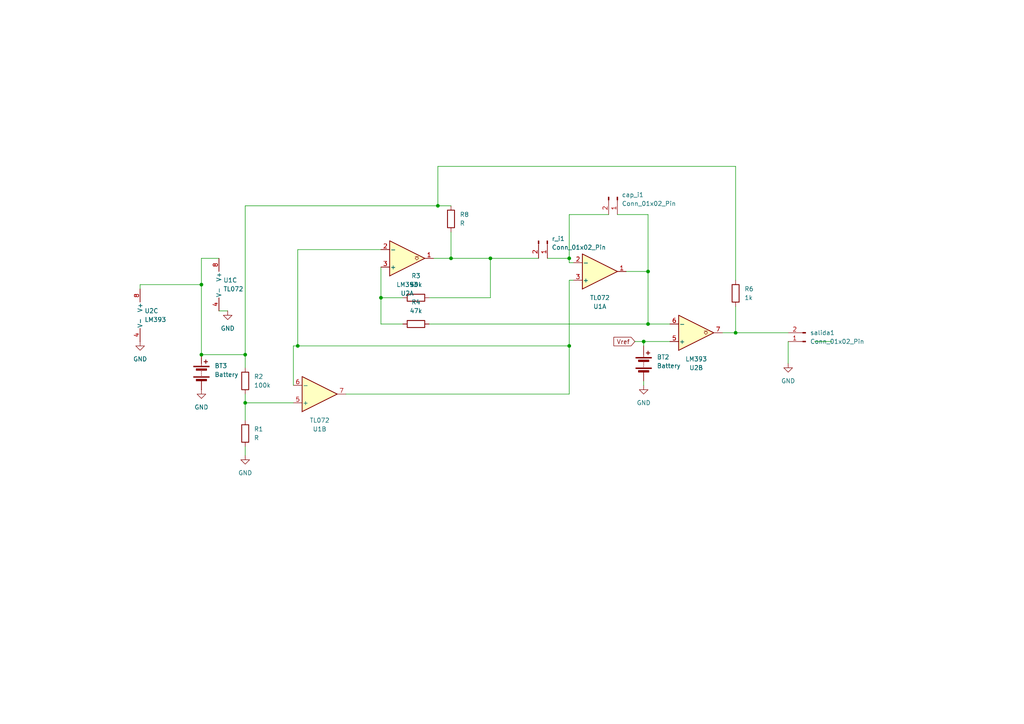
<source format=kicad_sch>
(kicad_sch
	(version 20250114)
	(generator "eeschema")
	(generator_version "9.0")
	(uuid "17eee627-bc3f-46bd-a929-8340eabad878")
	(paper "A4")
	(lib_symbols
		(symbol "Amplifier_Operational:TL072"
			(pin_names
				(offset 0.127)
			)
			(exclude_from_sim no)
			(in_bom yes)
			(on_board yes)
			(property "Reference" "U"
				(at 0 5.08 0)
				(effects
					(font
						(size 1.27 1.27)
					)
					(justify left)
				)
			)
			(property "Value" "TL072"
				(at 0 -5.08 0)
				(effects
					(font
						(size 1.27 1.27)
					)
					(justify left)
				)
			)
			(property "Footprint" ""
				(at 0 0 0)
				(effects
					(font
						(size 1.27 1.27)
					)
					(hide yes)
				)
			)
			(property "Datasheet" "http://www.ti.com/lit/ds/symlink/tl071.pdf"
				(at 0 0 0)
				(effects
					(font
						(size 1.27 1.27)
					)
					(hide yes)
				)
			)
			(property "Description" "Dual Low-Noise JFET-Input Operational Amplifiers, DIP-8/SOIC-8"
				(at 0 0 0)
				(effects
					(font
						(size 1.27 1.27)
					)
					(hide yes)
				)
			)
			(property "ki_locked" ""
				(at 0 0 0)
				(effects
					(font
						(size 1.27 1.27)
					)
				)
			)
			(property "ki_keywords" "dual opamp"
				(at 0 0 0)
				(effects
					(font
						(size 1.27 1.27)
					)
					(hide yes)
				)
			)
			(property "ki_fp_filters" "SOIC*3.9x4.9mm*P1.27mm* DIP*W7.62mm* TO*99* OnSemi*Micro8* TSSOP*3x3mm*P0.65mm* TSSOP*4.4x3mm*P0.65mm* MSOP*3x3mm*P0.65mm* SSOP*3.9x4.9mm*P0.635mm* LFCSP*2x2mm*P0.5mm* *SIP* SOIC*5.3x6.2mm*P1.27mm*"
				(at 0 0 0)
				(effects
					(font
						(size 1.27 1.27)
					)
					(hide yes)
				)
			)
			(symbol "TL072_1_1"
				(polyline
					(pts
						(xy -5.08 5.08) (xy 5.08 0) (xy -5.08 -5.08) (xy -5.08 5.08)
					)
					(stroke
						(width 0.254)
						(type default)
					)
					(fill
						(type background)
					)
				)
				(pin input line
					(at -7.62 2.54 0)
					(length 2.54)
					(name "+"
						(effects
							(font
								(size 1.27 1.27)
							)
						)
					)
					(number "3"
						(effects
							(font
								(size 1.27 1.27)
							)
						)
					)
				)
				(pin input line
					(at -7.62 -2.54 0)
					(length 2.54)
					(name "-"
						(effects
							(font
								(size 1.27 1.27)
							)
						)
					)
					(number "2"
						(effects
							(font
								(size 1.27 1.27)
							)
						)
					)
				)
				(pin output line
					(at 7.62 0 180)
					(length 2.54)
					(name "~"
						(effects
							(font
								(size 1.27 1.27)
							)
						)
					)
					(number "1"
						(effects
							(font
								(size 1.27 1.27)
							)
						)
					)
				)
			)
			(symbol "TL072_2_1"
				(polyline
					(pts
						(xy -5.08 5.08) (xy 5.08 0) (xy -5.08 -5.08) (xy -5.08 5.08)
					)
					(stroke
						(width 0.254)
						(type default)
					)
					(fill
						(type background)
					)
				)
				(pin input line
					(at -7.62 2.54 0)
					(length 2.54)
					(name "+"
						(effects
							(font
								(size 1.27 1.27)
							)
						)
					)
					(number "5"
						(effects
							(font
								(size 1.27 1.27)
							)
						)
					)
				)
				(pin input line
					(at -7.62 -2.54 0)
					(length 2.54)
					(name "-"
						(effects
							(font
								(size 1.27 1.27)
							)
						)
					)
					(number "6"
						(effects
							(font
								(size 1.27 1.27)
							)
						)
					)
				)
				(pin output line
					(at 7.62 0 180)
					(length 2.54)
					(name "~"
						(effects
							(font
								(size 1.27 1.27)
							)
						)
					)
					(number "7"
						(effects
							(font
								(size 1.27 1.27)
							)
						)
					)
				)
			)
			(symbol "TL072_3_1"
				(pin power_in line
					(at -2.54 7.62 270)
					(length 3.81)
					(name "V+"
						(effects
							(font
								(size 1.27 1.27)
							)
						)
					)
					(number "8"
						(effects
							(font
								(size 1.27 1.27)
							)
						)
					)
				)
				(pin power_in line
					(at -2.54 -7.62 90)
					(length 3.81)
					(name "V-"
						(effects
							(font
								(size 1.27 1.27)
							)
						)
					)
					(number "4"
						(effects
							(font
								(size 1.27 1.27)
							)
						)
					)
				)
			)
			(embedded_fonts no)
		)
		(symbol "Comparator:LM393"
			(pin_names
				(offset 0.127)
			)
			(exclude_from_sim no)
			(in_bom yes)
			(on_board yes)
			(property "Reference" "U"
				(at 3.81 3.81 0)
				(effects
					(font
						(size 1.27 1.27)
					)
				)
			)
			(property "Value" "LM393"
				(at 6.35 -3.81 0)
				(effects
					(font
						(size 1.27 1.27)
					)
				)
			)
			(property "Footprint" ""
				(at 0 0 0)
				(effects
					(font
						(size 1.27 1.27)
					)
					(hide yes)
				)
			)
			(property "Datasheet" "http://www.ti.com/lit/ds/symlink/lm393.pdf"
				(at 0 0 0)
				(effects
					(font
						(size 1.27 1.27)
					)
					(hide yes)
				)
			)
			(property "Description" "Low-Power, Low-Offset Voltage, Dual Comparators, DIP-8/SOIC-8/TO-99-8"
				(at 0 0 0)
				(effects
					(font
						(size 1.27 1.27)
					)
					(hide yes)
				)
			)
			(property "ki_locked" ""
				(at 0 0 0)
				(effects
					(font
						(size 1.27 1.27)
					)
				)
			)
			(property "ki_keywords" "cmp open collector"
				(at 0 0 0)
				(effects
					(font
						(size 1.27 1.27)
					)
					(hide yes)
				)
			)
			(property "ki_fp_filters" "SOIC*3.9x4.9mm*P1.27mm* DIP*W7.62mm* SOP*5.28x5.23mm*P1.27mm* VSSOP*3x3mm*P0.65mm* TSSOP*4.4x3mm*P0.65mm*"
				(at 0 0 0)
				(effects
					(font
						(size 1.27 1.27)
					)
					(hide yes)
				)
			)
			(symbol "LM393_1_1"
				(polyline
					(pts
						(xy -5.08 5.08) (xy 5.08 0) (xy -5.08 -5.08) (xy -5.08 5.08)
					)
					(stroke
						(width 0.254)
						(type default)
					)
					(fill
						(type background)
					)
				)
				(polyline
					(pts
						(xy 3.302 -0.508) (xy 2.794 -0.508) (xy 3.302 0) (xy 2.794 0.508) (xy 2.286 0) (xy 2.794 -0.508)
						(xy 2.286 -0.508)
					)
					(stroke
						(width 0.127)
						(type default)
					)
					(fill
						(type none)
					)
				)
				(pin input line
					(at -7.62 2.54 0)
					(length 2.54)
					(name "+"
						(effects
							(font
								(size 1.27 1.27)
							)
						)
					)
					(number "3"
						(effects
							(font
								(size 1.27 1.27)
							)
						)
					)
				)
				(pin input line
					(at -7.62 -2.54 0)
					(length 2.54)
					(name "-"
						(effects
							(font
								(size 1.27 1.27)
							)
						)
					)
					(number "2"
						(effects
							(font
								(size 1.27 1.27)
							)
						)
					)
				)
				(pin open_collector line
					(at 7.62 0 180)
					(length 2.54)
					(name "~"
						(effects
							(font
								(size 1.27 1.27)
							)
						)
					)
					(number "1"
						(effects
							(font
								(size 1.27 1.27)
							)
						)
					)
				)
			)
			(symbol "LM393_2_1"
				(polyline
					(pts
						(xy -5.08 5.08) (xy 5.08 0) (xy -5.08 -5.08) (xy -5.08 5.08)
					)
					(stroke
						(width 0.254)
						(type default)
					)
					(fill
						(type background)
					)
				)
				(polyline
					(pts
						(xy 3.302 -0.508) (xy 2.794 -0.508) (xy 3.302 0) (xy 2.794 0.508) (xy 2.286 0) (xy 2.794 -0.508)
						(xy 2.286 -0.508)
					)
					(stroke
						(width 0.127)
						(type default)
					)
					(fill
						(type none)
					)
				)
				(pin input line
					(at -7.62 2.54 0)
					(length 2.54)
					(name "+"
						(effects
							(font
								(size 1.27 1.27)
							)
						)
					)
					(number "5"
						(effects
							(font
								(size 1.27 1.27)
							)
						)
					)
				)
				(pin input line
					(at -7.62 -2.54 0)
					(length 2.54)
					(name "-"
						(effects
							(font
								(size 1.27 1.27)
							)
						)
					)
					(number "6"
						(effects
							(font
								(size 1.27 1.27)
							)
						)
					)
				)
				(pin open_collector line
					(at 7.62 0 180)
					(length 2.54)
					(name "~"
						(effects
							(font
								(size 1.27 1.27)
							)
						)
					)
					(number "7"
						(effects
							(font
								(size 1.27 1.27)
							)
						)
					)
				)
			)
			(symbol "LM393_3_1"
				(pin power_in line
					(at -2.54 7.62 270)
					(length 3.81)
					(name "V+"
						(effects
							(font
								(size 1.27 1.27)
							)
						)
					)
					(number "8"
						(effects
							(font
								(size 1.27 1.27)
							)
						)
					)
				)
				(pin power_in line
					(at -2.54 -7.62 90)
					(length 3.81)
					(name "V-"
						(effects
							(font
								(size 1.27 1.27)
							)
						)
					)
					(number "4"
						(effects
							(font
								(size 1.27 1.27)
							)
						)
					)
				)
			)
			(embedded_fonts no)
		)
		(symbol "Connector:Conn_01x02_Pin"
			(pin_names
				(offset 1.016)
				(hide yes)
			)
			(exclude_from_sim no)
			(in_bom yes)
			(on_board yes)
			(property "Reference" "J"
				(at 0 2.54 0)
				(effects
					(font
						(size 1.27 1.27)
					)
				)
			)
			(property "Value" "Conn_01x02_Pin"
				(at 0 -5.08 0)
				(effects
					(font
						(size 1.27 1.27)
					)
				)
			)
			(property "Footprint" ""
				(at 0 0 0)
				(effects
					(font
						(size 1.27 1.27)
					)
					(hide yes)
				)
			)
			(property "Datasheet" "~"
				(at 0 0 0)
				(effects
					(font
						(size 1.27 1.27)
					)
					(hide yes)
				)
			)
			(property "Description" "Generic connector, single row, 01x02, script generated"
				(at 0 0 0)
				(effects
					(font
						(size 1.27 1.27)
					)
					(hide yes)
				)
			)
			(property "ki_locked" ""
				(at 0 0 0)
				(effects
					(font
						(size 1.27 1.27)
					)
				)
			)
			(property "ki_keywords" "connector"
				(at 0 0 0)
				(effects
					(font
						(size 1.27 1.27)
					)
					(hide yes)
				)
			)
			(property "ki_fp_filters" "Connector*:*_1x??_*"
				(at 0 0 0)
				(effects
					(font
						(size 1.27 1.27)
					)
					(hide yes)
				)
			)
			(symbol "Conn_01x02_Pin_1_1"
				(rectangle
					(start 0.8636 0.127)
					(end 0 -0.127)
					(stroke
						(width 0.1524)
						(type default)
					)
					(fill
						(type outline)
					)
				)
				(rectangle
					(start 0.8636 -2.413)
					(end 0 -2.667)
					(stroke
						(width 0.1524)
						(type default)
					)
					(fill
						(type outline)
					)
				)
				(polyline
					(pts
						(xy 1.27 0) (xy 0.8636 0)
					)
					(stroke
						(width 0.1524)
						(type default)
					)
					(fill
						(type none)
					)
				)
				(polyline
					(pts
						(xy 1.27 -2.54) (xy 0.8636 -2.54)
					)
					(stroke
						(width 0.1524)
						(type default)
					)
					(fill
						(type none)
					)
				)
				(pin passive line
					(at 5.08 0 180)
					(length 3.81)
					(name "Pin_1"
						(effects
							(font
								(size 1.27 1.27)
							)
						)
					)
					(number "1"
						(effects
							(font
								(size 1.27 1.27)
							)
						)
					)
				)
				(pin passive line
					(at 5.08 -2.54 180)
					(length 3.81)
					(name "Pin_2"
						(effects
							(font
								(size 1.27 1.27)
							)
						)
					)
					(number "2"
						(effects
							(font
								(size 1.27 1.27)
							)
						)
					)
				)
			)
			(embedded_fonts no)
		)
		(symbol "Device:Battery"
			(pin_numbers
				(hide yes)
			)
			(pin_names
				(offset 0)
				(hide yes)
			)
			(exclude_from_sim no)
			(in_bom yes)
			(on_board yes)
			(property "Reference" "BT"
				(at 2.54 2.54 0)
				(effects
					(font
						(size 1.27 1.27)
					)
					(justify left)
				)
			)
			(property "Value" "Battery"
				(at 2.54 0 0)
				(effects
					(font
						(size 1.27 1.27)
					)
					(justify left)
				)
			)
			(property "Footprint" ""
				(at 0 1.524 90)
				(effects
					(font
						(size 1.27 1.27)
					)
					(hide yes)
				)
			)
			(property "Datasheet" "~"
				(at 0 1.524 90)
				(effects
					(font
						(size 1.27 1.27)
					)
					(hide yes)
				)
			)
			(property "Description" "Multiple-cell battery"
				(at 0 0 0)
				(effects
					(font
						(size 1.27 1.27)
					)
					(hide yes)
				)
			)
			(property "ki_keywords" "batt voltage-source cell"
				(at 0 0 0)
				(effects
					(font
						(size 1.27 1.27)
					)
					(hide yes)
				)
			)
			(symbol "Battery_0_1"
				(rectangle
					(start -2.286 1.778)
					(end 2.286 1.524)
					(stroke
						(width 0)
						(type default)
					)
					(fill
						(type outline)
					)
				)
				(rectangle
					(start -2.286 -1.27)
					(end 2.286 -1.524)
					(stroke
						(width 0)
						(type default)
					)
					(fill
						(type outline)
					)
				)
				(rectangle
					(start -1.524 1.016)
					(end 1.524 0.508)
					(stroke
						(width 0)
						(type default)
					)
					(fill
						(type outline)
					)
				)
				(rectangle
					(start -1.524 -2.032)
					(end 1.524 -2.54)
					(stroke
						(width 0)
						(type default)
					)
					(fill
						(type outline)
					)
				)
				(polyline
					(pts
						(xy 0 1.778) (xy 0 2.54)
					)
					(stroke
						(width 0)
						(type default)
					)
					(fill
						(type none)
					)
				)
				(polyline
					(pts
						(xy 0 0) (xy 0 0.254)
					)
					(stroke
						(width 0)
						(type default)
					)
					(fill
						(type none)
					)
				)
				(polyline
					(pts
						(xy 0 -0.508) (xy 0 -0.254)
					)
					(stroke
						(width 0)
						(type default)
					)
					(fill
						(type none)
					)
				)
				(polyline
					(pts
						(xy 0 -1.016) (xy 0 -0.762)
					)
					(stroke
						(width 0)
						(type default)
					)
					(fill
						(type none)
					)
				)
				(polyline
					(pts
						(xy 0.762 3.048) (xy 1.778 3.048)
					)
					(stroke
						(width 0.254)
						(type default)
					)
					(fill
						(type none)
					)
				)
				(polyline
					(pts
						(xy 1.27 3.556) (xy 1.27 2.54)
					)
					(stroke
						(width 0.254)
						(type default)
					)
					(fill
						(type none)
					)
				)
			)
			(symbol "Battery_1_1"
				(pin passive line
					(at 0 5.08 270)
					(length 2.54)
					(name "+"
						(effects
							(font
								(size 1.27 1.27)
							)
						)
					)
					(number "1"
						(effects
							(font
								(size 1.27 1.27)
							)
						)
					)
				)
				(pin passive line
					(at 0 -5.08 90)
					(length 2.54)
					(name "-"
						(effects
							(font
								(size 1.27 1.27)
							)
						)
					)
					(number "2"
						(effects
							(font
								(size 1.27 1.27)
							)
						)
					)
				)
			)
			(embedded_fonts no)
		)
		(symbol "Device:R"
			(pin_numbers
				(hide yes)
			)
			(pin_names
				(offset 0)
			)
			(exclude_from_sim no)
			(in_bom yes)
			(on_board yes)
			(property "Reference" "R"
				(at 2.032 0 90)
				(effects
					(font
						(size 1.27 1.27)
					)
				)
			)
			(property "Value" "R"
				(at 0 0 90)
				(effects
					(font
						(size 1.27 1.27)
					)
				)
			)
			(property "Footprint" ""
				(at -1.778 0 90)
				(effects
					(font
						(size 1.27 1.27)
					)
					(hide yes)
				)
			)
			(property "Datasheet" "~"
				(at 0 0 0)
				(effects
					(font
						(size 1.27 1.27)
					)
					(hide yes)
				)
			)
			(property "Description" "Resistor"
				(at 0 0 0)
				(effects
					(font
						(size 1.27 1.27)
					)
					(hide yes)
				)
			)
			(property "ki_keywords" "R res resistor"
				(at 0 0 0)
				(effects
					(font
						(size 1.27 1.27)
					)
					(hide yes)
				)
			)
			(property "ki_fp_filters" "R_*"
				(at 0 0 0)
				(effects
					(font
						(size 1.27 1.27)
					)
					(hide yes)
				)
			)
			(symbol "R_0_1"
				(rectangle
					(start -1.016 -2.54)
					(end 1.016 2.54)
					(stroke
						(width 0.254)
						(type default)
					)
					(fill
						(type none)
					)
				)
			)
			(symbol "R_1_1"
				(pin passive line
					(at 0 3.81 270)
					(length 1.27)
					(name "~"
						(effects
							(font
								(size 1.27 1.27)
							)
						)
					)
					(number "1"
						(effects
							(font
								(size 1.27 1.27)
							)
						)
					)
				)
				(pin passive line
					(at 0 -3.81 90)
					(length 1.27)
					(name "~"
						(effects
							(font
								(size 1.27 1.27)
							)
						)
					)
					(number "2"
						(effects
							(font
								(size 1.27 1.27)
							)
						)
					)
				)
			)
			(embedded_fonts no)
		)
		(symbol "power:GND"
			(power)
			(pin_numbers
				(hide yes)
			)
			(pin_names
				(offset 0)
				(hide yes)
			)
			(exclude_from_sim no)
			(in_bom yes)
			(on_board yes)
			(property "Reference" "#PWR"
				(at 0 -6.35 0)
				(effects
					(font
						(size 1.27 1.27)
					)
					(hide yes)
				)
			)
			(property "Value" "GND"
				(at 0 -3.81 0)
				(effects
					(font
						(size 1.27 1.27)
					)
				)
			)
			(property "Footprint" ""
				(at 0 0 0)
				(effects
					(font
						(size 1.27 1.27)
					)
					(hide yes)
				)
			)
			(property "Datasheet" ""
				(at 0 0 0)
				(effects
					(font
						(size 1.27 1.27)
					)
					(hide yes)
				)
			)
			(property "Description" "Power symbol creates a global label with name \"GND\" , ground"
				(at 0 0 0)
				(effects
					(font
						(size 1.27 1.27)
					)
					(hide yes)
				)
			)
			(property "ki_keywords" "global power"
				(at 0 0 0)
				(effects
					(font
						(size 1.27 1.27)
					)
					(hide yes)
				)
			)
			(symbol "GND_0_1"
				(polyline
					(pts
						(xy 0 0) (xy 0 -1.27) (xy 1.27 -1.27) (xy 0 -2.54) (xy -1.27 -1.27) (xy 0 -1.27)
					)
					(stroke
						(width 0)
						(type default)
					)
					(fill
						(type none)
					)
				)
			)
			(symbol "GND_1_1"
				(pin power_in line
					(at 0 0 270)
					(length 0)
					(name "~"
						(effects
							(font
								(size 1.27 1.27)
							)
						)
					)
					(number "1"
						(effects
							(font
								(size 1.27 1.27)
							)
						)
					)
				)
			)
			(embedded_fonts no)
		)
	)
	(junction
		(at 186.69 99.06)
		(diameter 0)
		(color 0 0 0 0)
		(uuid "1f849616-a5b7-402d-90bf-3e3e27b40008")
	)
	(junction
		(at 110.49 86.36)
		(diameter 0)
		(color 0 0 0 0)
		(uuid "231d5919-d8b3-443b-a5f7-76f1899d3b9f")
	)
	(junction
		(at 86.36 100.33)
		(diameter 0)
		(color 0 0 0 0)
		(uuid "27a980d3-f2aa-4896-92a1-562708249a68")
	)
	(junction
		(at 130.81 74.93)
		(diameter 0)
		(color 0 0 0 0)
		(uuid "2bce827f-6057-4d1a-a021-fb42f5d9b44d")
	)
	(junction
		(at 58.42 82.55)
		(diameter 0)
		(color 0 0 0 0)
		(uuid "33d65ac8-d78b-43bb-8bf9-eda4a0d2d533")
	)
	(junction
		(at 165.1 74.93)
		(diameter 0)
		(color 0 0 0 0)
		(uuid "3b4f80cc-b4fd-4e96-ade0-4a217b23c7d5")
	)
	(junction
		(at 58.42 102.87)
		(diameter 0)
		(color 0 0 0 0)
		(uuid "432f8922-8733-4a52-8986-19ca9b51d881")
	)
	(junction
		(at 187.96 93.98)
		(diameter 0)
		(color 0 0 0 0)
		(uuid "62c311b6-29e9-4f82-bcbd-423b818743ea")
	)
	(junction
		(at 127 59.69)
		(diameter 0)
		(color 0 0 0 0)
		(uuid "6b8b06e2-9d45-499e-9bc0-2ff0539aaf74")
	)
	(junction
		(at 187.96 78.74)
		(diameter 0)
		(color 0 0 0 0)
		(uuid "84c10aa2-6e07-49e3-97e9-9d09db9f706a")
	)
	(junction
		(at 165.1 100.33)
		(diameter 0)
		(color 0 0 0 0)
		(uuid "af19137a-e014-43d0-a0af-51a75aa18089")
	)
	(junction
		(at 71.12 102.87)
		(diameter 0)
		(color 0 0 0 0)
		(uuid "bae1835b-f27f-4555-9f23-21294c60de66")
	)
	(junction
		(at 213.36 96.52)
		(diameter 0)
		(color 0 0 0 0)
		(uuid "cc41e59d-1e8b-4024-8913-4c7de67a9273")
	)
	(junction
		(at 71.12 116.84)
		(diameter 0)
		(color 0 0 0 0)
		(uuid "dc503e1e-bfec-4dc7-ab8a-cb355db00a13")
	)
	(junction
		(at 142.24 74.93)
		(diameter 0)
		(color 0 0 0 0)
		(uuid "e5f14dd5-df28-433b-9f4f-86ca4d9daae1")
	)
	(wire
		(pts
			(xy 71.12 59.69) (xy 127 59.69)
		)
		(stroke
			(width 0)
			(type default)
		)
		(uuid "00cb0fe0-e035-4e59-9d78-44b6c0bff9d7")
	)
	(wire
		(pts
			(xy 58.42 102.87) (xy 58.42 82.55)
		)
		(stroke
			(width 0)
			(type default)
		)
		(uuid "029a9c53-87b6-480e-9fe3-47190eef0895")
	)
	(wire
		(pts
			(xy 186.69 99.06) (xy 194.31 99.06)
		)
		(stroke
			(width 0)
			(type default)
		)
		(uuid "050103ec-ee0e-4d8a-9470-37d862685644")
	)
	(wire
		(pts
			(xy 142.24 74.93) (xy 156.21 74.93)
		)
		(stroke
			(width 0)
			(type default)
		)
		(uuid "0c95ced1-11f8-4362-be8c-0d0c66afa723")
	)
	(wire
		(pts
			(xy 124.46 93.98) (xy 187.96 93.98)
		)
		(stroke
			(width 0)
			(type default)
		)
		(uuid "12fd6866-8479-477d-b286-52e485c2270d")
	)
	(wire
		(pts
			(xy 165.1 76.2) (xy 165.1 74.93)
		)
		(stroke
			(width 0)
			(type default)
		)
		(uuid "15651c12-25aa-4b26-a7d5-5f8d108c81cb")
	)
	(wire
		(pts
			(xy 71.12 102.87) (xy 71.12 106.68)
		)
		(stroke
			(width 0)
			(type default)
		)
		(uuid "27ae9229-2678-4eff-a10b-df003a08b83a")
	)
	(wire
		(pts
			(xy 142.24 86.36) (xy 142.24 74.93)
		)
		(stroke
			(width 0)
			(type default)
		)
		(uuid "2a7df99d-3713-4415-876c-9a5775570597")
	)
	(wire
		(pts
			(xy 86.36 72.39) (xy 110.49 72.39)
		)
		(stroke
			(width 0)
			(type default)
		)
		(uuid "2db29c0c-c76f-47f5-a73e-81bfae242f9f")
	)
	(wire
		(pts
			(xy 165.1 81.28) (xy 165.1 100.33)
		)
		(stroke
			(width 0)
			(type default)
		)
		(uuid "475a4ea7-71e8-4a2a-8c8c-f7acd9d570b4")
	)
	(wire
		(pts
			(xy 110.49 86.36) (xy 116.84 86.36)
		)
		(stroke
			(width 0)
			(type default)
		)
		(uuid "48195463-2c4a-422c-b42d-786267b3d5f8")
	)
	(wire
		(pts
			(xy 40.64 82.55) (xy 40.64 83.82)
		)
		(stroke
			(width 0)
			(type default)
		)
		(uuid "4ed70184-b347-47b8-9b10-155a50be3ddd")
	)
	(wire
		(pts
			(xy 125.73 74.93) (xy 130.81 74.93)
		)
		(stroke
			(width 0)
			(type default)
		)
		(uuid "51b8db8c-10c1-4a86-a2a5-31954eddc89b")
	)
	(wire
		(pts
			(xy 127 59.69) (xy 127 48.26)
		)
		(stroke
			(width 0)
			(type default)
		)
		(uuid "54d0cc3b-d84b-46e6-88e4-10d4084c40cf")
	)
	(wire
		(pts
			(xy 209.55 96.52) (xy 213.36 96.52)
		)
		(stroke
			(width 0)
			(type default)
		)
		(uuid "559de702-a01a-4e7d-ae0f-93f07ac3e23b")
	)
	(wire
		(pts
			(xy 158.75 74.93) (xy 165.1 74.93)
		)
		(stroke
			(width 0)
			(type default)
		)
		(uuid "567fbd52-932d-4c85-970b-877b9d5bcb80")
	)
	(wire
		(pts
			(xy 58.42 82.55) (xy 40.64 82.55)
		)
		(stroke
			(width 0)
			(type default)
		)
		(uuid "57582421-1e26-4df8-a585-b2c2300074fe")
	)
	(wire
		(pts
			(xy 58.42 74.93) (xy 63.5 74.93)
		)
		(stroke
			(width 0)
			(type default)
		)
		(uuid "5aec6ae3-f806-4b9f-aa01-17081e5b8239")
	)
	(wire
		(pts
			(xy 184.15 99.06) (xy 186.69 99.06)
		)
		(stroke
			(width 0)
			(type default)
		)
		(uuid "5ce9f6cc-44a0-467f-a74a-faf6bba49195")
	)
	(wire
		(pts
			(xy 110.49 77.47) (xy 110.49 86.36)
		)
		(stroke
			(width 0)
			(type default)
		)
		(uuid "5fd16b4b-eab7-49ef-82fb-c9030c311d3c")
	)
	(wire
		(pts
			(xy 58.42 102.87) (xy 71.12 102.87)
		)
		(stroke
			(width 0)
			(type default)
		)
		(uuid "64ad14bd-b05d-4813-a445-2d7fec0783ef")
	)
	(wire
		(pts
			(xy 85.09 111.76) (xy 85.09 100.33)
		)
		(stroke
			(width 0)
			(type default)
		)
		(uuid "650c6a5a-96c5-4a64-964c-6daaeee01975")
	)
	(wire
		(pts
			(xy 127 48.26) (xy 213.36 48.26)
		)
		(stroke
			(width 0)
			(type default)
		)
		(uuid "79342fe3-32a4-443c-b907-94b60cfb9382")
	)
	(wire
		(pts
			(xy 236.22 99.06) (xy 241.3 99.06)
		)
		(stroke
			(width 0)
			(type default)
		)
		(uuid "85e311d2-1ddb-440c-97e3-e2d2ab90724c")
	)
	(wire
		(pts
			(xy 71.12 129.54) (xy 71.12 132.08)
		)
		(stroke
			(width 0)
			(type default)
		)
		(uuid "8fb66898-2f68-45ea-a94c-c46a562e59e1")
	)
	(wire
		(pts
			(xy 181.61 78.74) (xy 187.96 78.74)
		)
		(stroke
			(width 0)
			(type default)
		)
		(uuid "90fbf3de-eada-4559-bb24-b65c22c1a421")
	)
	(wire
		(pts
			(xy 63.5 90.17) (xy 66.04 90.17)
		)
		(stroke
			(width 0)
			(type default)
		)
		(uuid "92d7b312-4aea-44a8-aeca-d54672981418")
	)
	(wire
		(pts
			(xy 213.36 96.52) (xy 228.6 96.52)
		)
		(stroke
			(width 0)
			(type default)
		)
		(uuid "9344a09e-505b-455f-ab76-71d6848b7ed9")
	)
	(wire
		(pts
			(xy 165.1 62.23) (xy 176.53 62.23)
		)
		(stroke
			(width 0)
			(type default)
		)
		(uuid "94c39354-79c0-4967-bf88-19809e684ded")
	)
	(wire
		(pts
			(xy 186.69 110.49) (xy 186.69 111.76)
		)
		(stroke
			(width 0)
			(type default)
		)
		(uuid "9a985b63-147f-40de-b8d1-939e3654f1d2")
	)
	(wire
		(pts
			(xy 228.6 99.06) (xy 228.6 105.41)
		)
		(stroke
			(width 0)
			(type default)
		)
		(uuid "9cb1c54c-ab5a-41ce-b13e-9b19bbc08955")
	)
	(wire
		(pts
			(xy 165.1 81.28) (xy 166.37 81.28)
		)
		(stroke
			(width 0)
			(type default)
		)
		(uuid "a10e334a-0c70-412a-b0d1-1e2ace790ba4")
	)
	(wire
		(pts
			(xy 110.49 86.36) (xy 110.49 93.98)
		)
		(stroke
			(width 0)
			(type default)
		)
		(uuid "b31a93c6-4bed-4fa1-a52e-c21a711c8b07")
	)
	(wire
		(pts
			(xy 71.12 116.84) (xy 85.09 116.84)
		)
		(stroke
			(width 0)
			(type default)
		)
		(uuid "bb6a48a1-2fd2-4175-ad17-ae70886e6782")
	)
	(wire
		(pts
			(xy 187.96 62.23) (xy 187.96 78.74)
		)
		(stroke
			(width 0)
			(type default)
		)
		(uuid "bd9a1cdf-1643-429a-bd23-5d36768ef0ea")
	)
	(wire
		(pts
			(xy 130.81 67.31) (xy 130.81 74.93)
		)
		(stroke
			(width 0)
			(type default)
		)
		(uuid "bf83021d-6bc8-4e2e-ab03-1f316016fc03")
	)
	(wire
		(pts
			(xy 165.1 76.2) (xy 166.37 76.2)
		)
		(stroke
			(width 0)
			(type default)
		)
		(uuid "c2fefbb1-8adf-44ea-a418-0eeee729499c")
	)
	(wire
		(pts
			(xy 71.12 102.87) (xy 71.12 59.69)
		)
		(stroke
			(width 0)
			(type default)
		)
		(uuid "c6cf5dea-bee4-4ca7-9980-9c71ef817a00")
	)
	(wire
		(pts
			(xy 86.36 100.33) (xy 86.36 72.39)
		)
		(stroke
			(width 0)
			(type default)
		)
		(uuid "c921a741-a6e8-46c0-b736-24bcb6161475")
	)
	(wire
		(pts
			(xy 100.33 114.3) (xy 165.1 114.3)
		)
		(stroke
			(width 0)
			(type default)
		)
		(uuid "c9379c07-d041-4fab-89de-dc9aa74a08fc")
	)
	(wire
		(pts
			(xy 110.49 93.98) (xy 116.84 93.98)
		)
		(stroke
			(width 0)
			(type default)
		)
		(uuid "c99485d9-306e-4fad-9559-5b9036606c5f")
	)
	(wire
		(pts
			(xy 179.07 62.23) (xy 187.96 62.23)
		)
		(stroke
			(width 0)
			(type default)
		)
		(uuid "ca30186a-6827-4446-ac36-6f1f2005b175")
	)
	(wire
		(pts
			(xy 165.1 100.33) (xy 165.1 114.3)
		)
		(stroke
			(width 0)
			(type default)
		)
		(uuid "ccbba4e3-18dd-4cfe-b4a5-b2e708916a28")
	)
	(wire
		(pts
			(xy 71.12 116.84) (xy 71.12 121.92)
		)
		(stroke
			(width 0)
			(type default)
		)
		(uuid "ce12f8b0-7c02-4a94-bae7-f8fdd1148c1d")
	)
	(wire
		(pts
			(xy 187.96 78.74) (xy 187.96 93.98)
		)
		(stroke
			(width 0)
			(type default)
		)
		(uuid "cfa5ea25-fb0f-4083-8c4a-f388eec349ad")
	)
	(wire
		(pts
			(xy 130.81 74.93) (xy 142.24 74.93)
		)
		(stroke
			(width 0)
			(type default)
		)
		(uuid "d60105d6-bf03-4ed9-9403-21d27b8ce0ab")
	)
	(wire
		(pts
			(xy 71.12 114.3) (xy 71.12 116.84)
		)
		(stroke
			(width 0)
			(type default)
		)
		(uuid "d893d9ee-d7ac-4cfc-9b68-2aa28b1ac7ff")
	)
	(wire
		(pts
			(xy 213.36 88.9) (xy 213.36 96.52)
		)
		(stroke
			(width 0)
			(type default)
		)
		(uuid "d8d8a92c-36ea-4b39-9b10-26b84b154c4f")
	)
	(wire
		(pts
			(xy 213.36 48.26) (xy 213.36 81.28)
		)
		(stroke
			(width 0)
			(type default)
		)
		(uuid "e479daac-bc24-46d9-837e-e033b5b0a212")
	)
	(wire
		(pts
			(xy 58.42 82.55) (xy 58.42 74.93)
		)
		(stroke
			(width 0)
			(type default)
		)
		(uuid "ede98640-117b-4e20-9047-c1752c7aed50")
	)
	(wire
		(pts
			(xy 124.46 86.36) (xy 142.24 86.36)
		)
		(stroke
			(width 0)
			(type default)
		)
		(uuid "efb710e2-6ada-4cbe-a734-95f997d90e22")
	)
	(wire
		(pts
			(xy 85.09 100.33) (xy 86.36 100.33)
		)
		(stroke
			(width 0)
			(type default)
		)
		(uuid "f0cc1548-da41-4def-8f6c-2f7708963eb5")
	)
	(wire
		(pts
			(xy 186.69 99.06) (xy 186.69 100.33)
		)
		(stroke
			(width 0)
			(type default)
		)
		(uuid "f3244e25-c4e7-4877-a19f-5498a5880278")
	)
	(wire
		(pts
			(xy 187.96 93.98) (xy 194.31 93.98)
		)
		(stroke
			(width 0)
			(type default)
		)
		(uuid "f6f0c7f5-79ac-43d2-b0f9-ca47e21f8c25")
	)
	(wire
		(pts
			(xy 86.36 100.33) (xy 165.1 100.33)
		)
		(stroke
			(width 0)
			(type default)
		)
		(uuid "fa7a61e1-1c5e-4fb9-aaac-289d367b2f9f")
	)
	(wire
		(pts
			(xy 127 59.69) (xy 130.81 59.69)
		)
		(stroke
			(width 0)
			(type default)
		)
		(uuid "ff2dc5f1-e0b3-42e5-94ca-6a3458ee41a4")
	)
	(wire
		(pts
			(xy 165.1 74.93) (xy 165.1 62.23)
		)
		(stroke
			(width 0)
			(type default)
		)
		(uuid "ff9c73c1-4a3c-465e-a057-4885f7d04b96")
	)
	(global_label "Vref"
		(shape input)
		(at 184.15 99.06 180)
		(fields_autoplaced yes)
		(effects
			(font
				(size 1.27 1.27)
			)
			(justify right)
		)
		(uuid "86f90454-cd3a-4d4e-a0de-f118651c7d57")
		(property "Intersheetrefs" "${INTERSHEET_REFS}"
			(at 177.4757 99.06 0)
			(effects
				(font
					(size 1.27 1.27)
				)
				(justify right)
				(hide yes)
			)
		)
	)
	(symbol
		(lib_id "Device:R")
		(at 213.36 85.09 180)
		(unit 1)
		(exclude_from_sim no)
		(in_bom yes)
		(on_board yes)
		(dnp no)
		(fields_autoplaced yes)
		(uuid "0b3ed18d-4305-4429-964a-1fd727171064")
		(property "Reference" "R6"
			(at 215.9 83.8199 0)
			(effects
				(font
					(size 1.27 1.27)
				)
				(justify right)
			)
		)
		(property "Value" "1k"
			(at 215.9 86.3599 0)
			(effects
				(font
					(size 1.27 1.27)
				)
				(justify right)
			)
		)
		(property "Footprint" "Resistor_THT:R_Axial_DIN0207_L6.3mm_D2.5mm_P7.62mm_Horizontal"
			(at 215.138 85.09 90)
			(effects
				(font
					(size 1.27 1.27)
				)
				(hide yes)
			)
		)
		(property "Datasheet" "~"
			(at 213.36 85.09 0)
			(effects
				(font
					(size 1.27 1.27)
				)
				(hide yes)
			)
		)
		(property "Description" "Resistor"
			(at 213.36 85.09 0)
			(effects
				(font
					(size 1.27 1.27)
				)
				(hide yes)
			)
		)
		(pin "1"
			(uuid "1881a007-f35b-475b-8a94-8049f9c0f0ab")
		)
		(pin "2"
			(uuid "9464250b-2408-46cc-9bcc-f003fb8b666e")
		)
		(instances
			(project "pcb_check4_pwm"
				(path "/17eee627-bc3f-46bd-a929-8340eabad878"
					(reference "R6")
					(unit 1)
				)
			)
		)
	)
	(symbol
		(lib_id "Comparator:LM393")
		(at 43.18 91.44 0)
		(unit 3)
		(exclude_from_sim no)
		(in_bom yes)
		(on_board yes)
		(dnp no)
		(fields_autoplaced yes)
		(uuid "1f738962-5655-42c9-8089-7c9c3b7b5ed1")
		(property "Reference" "U2"
			(at 41.91 90.1699 0)
			(effects
				(font
					(size 1.27 1.27)
				)
				(justify left)
			)
		)
		(property "Value" "LM393"
			(at 41.91 92.7099 0)
			(effects
				(font
					(size 1.27 1.27)
				)
				(justify left)
			)
		)
		(property "Footprint" "Package_DIP:CERDIP-8_W7.62mm_SideBrazed_LongPads"
			(at 43.18 91.44 0)
			(effects
				(font
					(size 1.27 1.27)
				)
				(hide yes)
			)
		)
		(property "Datasheet" "http://www.ti.com/lit/ds/symlink/lm393.pdf"
			(at 43.18 91.44 0)
			(effects
				(font
					(size 1.27 1.27)
				)
				(hide yes)
			)
		)
		(property "Description" "Low-Power, Low-Offset Voltage, Dual Comparators, DIP-8/SOIC-8/TO-99-8"
			(at 43.18 91.44 0)
			(effects
				(font
					(size 1.27 1.27)
				)
				(hide yes)
			)
		)
		(pin "1"
			(uuid "da528779-926a-4b7d-b28b-6dac23276aa9")
		)
		(pin "2"
			(uuid "559cfca9-b19f-4c11-8bdb-abbf13ca772e")
		)
		(pin "5"
			(uuid "0fc53ac8-1078-4339-a293-6c8ea01365b3")
		)
		(pin "6"
			(uuid "b97f2762-e2c3-46d1-913d-b65ed57260a6")
		)
		(pin "4"
			(uuid "60e80f36-ad57-4598-8c75-391c345f61b6")
		)
		(pin "3"
			(uuid "f95b7db5-42dc-4fdf-bc64-cc63ea88b90e")
		)
		(pin "7"
			(uuid "453944bd-72f6-43d2-8112-a60eedf5bc40")
		)
		(pin "8"
			(uuid "944d73dd-c6f2-45e9-99c9-b1d5ea77133f")
		)
		(instances
			(project ""
				(path "/17eee627-bc3f-46bd-a929-8340eabad878"
					(reference "U2")
					(unit 3)
				)
			)
		)
	)
	(symbol
		(lib_id "power:GND")
		(at 58.42 113.03 0)
		(unit 1)
		(exclude_from_sim no)
		(in_bom yes)
		(on_board yes)
		(dnp no)
		(fields_autoplaced yes)
		(uuid "22efd921-ca45-4496-b381-697f252171e1")
		(property "Reference" "#PWR05"
			(at 58.42 119.38 0)
			(effects
				(font
					(size 1.27 1.27)
				)
				(hide yes)
			)
		)
		(property "Value" "GND"
			(at 58.42 118.11 0)
			(effects
				(font
					(size 1.27 1.27)
				)
			)
		)
		(property "Footprint" ""
			(at 58.42 113.03 0)
			(effects
				(font
					(size 1.27 1.27)
				)
				(hide yes)
			)
		)
		(property "Datasheet" ""
			(at 58.42 113.03 0)
			(effects
				(font
					(size 1.27 1.27)
				)
				(hide yes)
			)
		)
		(property "Description" "Power symbol creates a global label with name \"GND\" , ground"
			(at 58.42 113.03 0)
			(effects
				(font
					(size 1.27 1.27)
				)
				(hide yes)
			)
		)
		(pin "1"
			(uuid "3d854529-d37f-45d5-a680-eb441e71ca85")
		)
		(instances
			(project ""
				(path "/17eee627-bc3f-46bd-a929-8340eabad878"
					(reference "#PWR05")
					(unit 1)
				)
			)
		)
	)
	(symbol
		(lib_id "Amplifier_Operational:TL072")
		(at 66.04 82.55 0)
		(unit 3)
		(exclude_from_sim no)
		(in_bom yes)
		(on_board yes)
		(dnp no)
		(fields_autoplaced yes)
		(uuid "2486ed4d-9c72-481d-a60f-0e1f6d871b3c")
		(property "Reference" "U1"
			(at 64.77 81.2799 0)
			(effects
				(font
					(size 1.27 1.27)
				)
				(justify left)
			)
		)
		(property "Value" "TL072"
			(at 64.77 83.8199 0)
			(effects
				(font
					(size 1.27 1.27)
				)
				(justify left)
			)
		)
		(property "Footprint" "Package_DIP:CERDIP-8_W7.62mm_SideBrazed_LongPads"
			(at 66.04 82.55 0)
			(effects
				(font
					(size 1.27 1.27)
				)
				(hide yes)
			)
		)
		(property "Datasheet" "http://www.ti.com/lit/ds/symlink/tl071.pdf"
			(at 66.04 82.55 0)
			(effects
				(font
					(size 1.27 1.27)
				)
				(hide yes)
			)
		)
		(property "Description" "Dual Low-Noise JFET-Input Operational Amplifiers, DIP-8/SOIC-8"
			(at 66.04 82.55 0)
			(effects
				(font
					(size 1.27 1.27)
				)
				(hide yes)
			)
		)
		(pin "4"
			(uuid "d1a16428-3af0-4385-ac7b-10355601baac")
		)
		(pin "3"
			(uuid "1c77ad83-4562-488d-8559-21e2d480a835")
		)
		(pin "1"
			(uuid "db60498c-cb4b-4628-9fe4-e76c842a50f3")
		)
		(pin "5"
			(uuid "53c8f490-5eae-4f05-9ad7-dcc05d5a9166")
		)
		(pin "2"
			(uuid "2947e505-f881-4bf8-b6b7-20109037afba")
		)
		(pin "6"
			(uuid "9bdd50f1-a96b-4ed7-a898-1eb2a87fc668")
		)
		(pin "7"
			(uuid "522f01ef-4f0c-46b2-a5f4-e10aaada09aa")
		)
		(pin "8"
			(uuid "76d0e790-459d-4d82-bd3d-2b127f52c110")
		)
		(instances
			(project ""
				(path "/17eee627-bc3f-46bd-a929-8340eabad878"
					(reference "U1")
					(unit 3)
				)
			)
		)
	)
	(symbol
		(lib_id "Device:Battery")
		(at 186.69 105.41 0)
		(unit 1)
		(exclude_from_sim no)
		(in_bom yes)
		(on_board yes)
		(dnp no)
		(fields_autoplaced yes)
		(uuid "2b3469a6-1517-412b-b15a-953409803b42")
		(property "Reference" "BT2"
			(at 190.5 103.5684 0)
			(effects
				(font
					(size 1.27 1.27)
				)
				(justify left)
			)
		)
		(property "Value" "Battery"
			(at 190.5 106.1084 0)
			(effects
				(font
					(size 1.27 1.27)
				)
				(justify left)
			)
		)
		(property "Footprint" "TerminalBlock:TerminalBlock_bornier-2_P5.08mm"
			(at 186.69 103.886 90)
			(effects
				(font
					(size 1.27 1.27)
				)
				(hide yes)
			)
		)
		(property "Datasheet" "~"
			(at 186.69 103.886 90)
			(effects
				(font
					(size 1.27 1.27)
				)
				(hide yes)
			)
		)
		(property "Description" "Multiple-cell battery"
			(at 186.69 105.41 0)
			(effects
				(font
					(size 1.27 1.27)
				)
				(hide yes)
			)
		)
		(pin "2"
			(uuid "ba9975be-3712-498f-b882-48362a787c2f")
		)
		(pin "1"
			(uuid "3bd32ef8-27a4-4f77-beec-5040d89996ab")
		)
		(instances
			(project "pcb_check4_pwm"
				(path "/17eee627-bc3f-46bd-a929-8340eabad878"
					(reference "BT2")
					(unit 1)
				)
			)
		)
	)
	(symbol
		(lib_id "Device:R")
		(at 120.65 86.36 90)
		(unit 1)
		(exclude_from_sim no)
		(in_bom yes)
		(on_board yes)
		(dnp no)
		(fields_autoplaced yes)
		(uuid "33cca27c-9d05-497c-8849-21adc5a30336")
		(property "Reference" "R3"
			(at 120.65 80.01 90)
			(effects
				(font
					(size 1.27 1.27)
				)
			)
		)
		(property "Value" "50k"
			(at 120.65 82.55 90)
			(effects
				(font
					(size 1.27 1.27)
				)
			)
		)
		(property "Footprint" "Resistor_THT:R_Axial_DIN0207_L6.3mm_D2.5mm_P7.62mm_Horizontal"
			(at 120.65 88.138 90)
			(effects
				(font
					(size 1.27 1.27)
				)
				(hide yes)
			)
		)
		(property "Datasheet" "~"
			(at 120.65 86.36 0)
			(effects
				(font
					(size 1.27 1.27)
				)
				(hide yes)
			)
		)
		(property "Description" "Resistor"
			(at 120.65 86.36 0)
			(effects
				(font
					(size 1.27 1.27)
				)
				(hide yes)
			)
		)
		(pin "1"
			(uuid "6a0036cf-636e-4082-bc9c-ab1b1b966e55")
		)
		(pin "2"
			(uuid "16308e4b-6d04-4bfe-b31d-9be7caf14391")
		)
		(instances
			(project "pcb_check4_pwm"
				(path "/17eee627-bc3f-46bd-a929-8340eabad878"
					(reference "R3")
					(unit 1)
				)
			)
		)
	)
	(symbol
		(lib_id "power:GND")
		(at 186.69 111.76 0)
		(unit 1)
		(exclude_from_sim no)
		(in_bom yes)
		(on_board yes)
		(dnp no)
		(fields_autoplaced yes)
		(uuid "427726cd-9f08-4402-8cff-6b43cb5bb4a0")
		(property "Reference" "#PWR01"
			(at 186.69 118.11 0)
			(effects
				(font
					(size 1.27 1.27)
				)
				(hide yes)
			)
		)
		(property "Value" "GND"
			(at 186.69 116.84 0)
			(effects
				(font
					(size 1.27 1.27)
				)
			)
		)
		(property "Footprint" ""
			(at 186.69 111.76 0)
			(effects
				(font
					(size 1.27 1.27)
				)
				(hide yes)
			)
		)
		(property "Datasheet" ""
			(at 186.69 111.76 0)
			(effects
				(font
					(size 1.27 1.27)
				)
				(hide yes)
			)
		)
		(property "Description" "Power symbol creates a global label with name \"GND\" , ground"
			(at 186.69 111.76 0)
			(effects
				(font
					(size 1.27 1.27)
				)
				(hide yes)
			)
		)
		(pin "1"
			(uuid "bfad6c1d-a076-41df-bc1a-451d906e047f")
		)
		(instances
			(project ""
				(path "/17eee627-bc3f-46bd-a929-8340eabad878"
					(reference "#PWR01")
					(unit 1)
				)
			)
		)
	)
	(symbol
		(lib_id "power:GND")
		(at 228.6 105.41 0)
		(unit 1)
		(exclude_from_sim no)
		(in_bom yes)
		(on_board yes)
		(dnp no)
		(fields_autoplaced yes)
		(uuid "5020a1d7-7dd2-4567-bd5b-4227d33195bf")
		(property "Reference" "#PWR06"
			(at 228.6 111.76 0)
			(effects
				(font
					(size 1.27 1.27)
				)
				(hide yes)
			)
		)
		(property "Value" "GND"
			(at 228.6 110.49 0)
			(effects
				(font
					(size 1.27 1.27)
				)
			)
		)
		(property "Footprint" ""
			(at 228.6 105.41 0)
			(effects
				(font
					(size 1.27 1.27)
				)
				(hide yes)
			)
		)
		(property "Datasheet" ""
			(at 228.6 105.41 0)
			(effects
				(font
					(size 1.27 1.27)
				)
				(hide yes)
			)
		)
		(property "Description" "Power symbol creates a global label with name \"GND\" , ground"
			(at 228.6 105.41 0)
			(effects
				(font
					(size 1.27 1.27)
				)
				(hide yes)
			)
		)
		(pin "1"
			(uuid "03a21048-d408-4663-8515-ff605120369a")
		)
		(instances
			(project ""
				(path "/17eee627-bc3f-46bd-a929-8340eabad878"
					(reference "#PWR06")
					(unit 1)
				)
			)
		)
	)
	(symbol
		(lib_id "Amplifier_Operational:TL072")
		(at 173.99 78.74 0)
		(mirror x)
		(unit 1)
		(exclude_from_sim no)
		(in_bom yes)
		(on_board yes)
		(dnp no)
		(uuid "5c32f047-8bd8-4d33-8fb2-73e7d514b2e3")
		(property "Reference" "U1"
			(at 173.99 88.9 0)
			(effects
				(font
					(size 1.27 1.27)
				)
			)
		)
		(property "Value" "TL072"
			(at 173.99 86.36 0)
			(effects
				(font
					(size 1.27 1.27)
				)
			)
		)
		(property "Footprint" "Package_DIP:CERDIP-8_W7.62mm_SideBrazed_LongPads"
			(at 173.99 78.74 0)
			(effects
				(font
					(size 1.27 1.27)
				)
				(hide yes)
			)
		)
		(property "Datasheet" "http://www.ti.com/lit/ds/symlink/tl071.pdf"
			(at 173.99 78.74 0)
			(effects
				(font
					(size 1.27 1.27)
				)
				(hide yes)
			)
		)
		(property "Description" "Dual Low-Noise JFET-Input Operational Amplifiers, DIP-8/SOIC-8"
			(at 173.99 78.74 0)
			(effects
				(font
					(size 1.27 1.27)
				)
				(hide yes)
			)
		)
		(pin "5"
			(uuid "f89f1b3e-efe0-49ce-b34c-4d69a7957daa")
		)
		(pin "7"
			(uuid "37c6eced-c881-4717-a99a-699035d2f557")
		)
		(pin "4"
			(uuid "0cf6b129-2e77-4b0e-8afd-ef507a769964")
		)
		(pin "2"
			(uuid "493fbf35-f70e-4046-9903-7b5a7960dad6")
		)
		(pin "3"
			(uuid "edaf59f0-32f7-4b24-b728-02ecfaf2b003")
		)
		(pin "1"
			(uuid "594439db-71a3-4fba-be10-03cb49064405")
		)
		(pin "8"
			(uuid "8a81f3b6-ed99-45fd-ae9d-da8cd351021b")
		)
		(pin "6"
			(uuid "d516f27a-5461-4b7f-9629-6d03b962fbbe")
		)
		(instances
			(project ""
				(path "/17eee627-bc3f-46bd-a929-8340eabad878"
					(reference "U1")
					(unit 1)
				)
			)
		)
	)
	(symbol
		(lib_id "power:GND")
		(at 71.12 132.08 0)
		(unit 1)
		(exclude_from_sim no)
		(in_bom yes)
		(on_board yes)
		(dnp no)
		(fields_autoplaced yes)
		(uuid "6ceb06e9-5d84-430a-b4d9-7efcd5592020")
		(property "Reference" "#PWR04"
			(at 71.12 138.43 0)
			(effects
				(font
					(size 1.27 1.27)
				)
				(hide yes)
			)
		)
		(property "Value" "GND"
			(at 71.12 137.16 0)
			(effects
				(font
					(size 1.27 1.27)
				)
			)
		)
		(property "Footprint" ""
			(at 71.12 132.08 0)
			(effects
				(font
					(size 1.27 1.27)
				)
				(hide yes)
			)
		)
		(property "Datasheet" ""
			(at 71.12 132.08 0)
			(effects
				(font
					(size 1.27 1.27)
				)
				(hide yes)
			)
		)
		(property "Description" "Power symbol creates a global label with name \"GND\" , ground"
			(at 71.12 132.08 0)
			(effects
				(font
					(size 1.27 1.27)
				)
				(hide yes)
			)
		)
		(pin "1"
			(uuid "bcf8a809-76a8-41b3-9a34-d53fc3e96857")
		)
		(instances
			(project ""
				(path "/17eee627-bc3f-46bd-a929-8340eabad878"
					(reference "#PWR04")
					(unit 1)
				)
			)
		)
	)
	(symbol
		(lib_id "Device:R")
		(at 120.65 93.98 90)
		(unit 1)
		(exclude_from_sim no)
		(in_bom yes)
		(on_board yes)
		(dnp no)
		(fields_autoplaced yes)
		(uuid "726eb0de-58d4-4a59-a57d-a1f754206ae6")
		(property "Reference" "R4"
			(at 120.65 87.63 90)
			(effects
				(font
					(size 1.27 1.27)
				)
			)
		)
		(property "Value" "47k"
			(at 120.65 90.17 90)
			(effects
				(font
					(size 1.27 1.27)
				)
			)
		)
		(property "Footprint" "Resistor_THT:R_Axial_DIN0207_L6.3mm_D2.5mm_P7.62mm_Horizontal"
			(at 120.65 95.758 90)
			(effects
				(font
					(size 1.27 1.27)
				)
				(hide yes)
			)
		)
		(property "Datasheet" "~"
			(at 120.65 93.98 0)
			(effects
				(font
					(size 1.27 1.27)
				)
				(hide yes)
			)
		)
		(property "Description" "Resistor"
			(at 120.65 93.98 0)
			(effects
				(font
					(size 1.27 1.27)
				)
				(hide yes)
			)
		)
		(pin "1"
			(uuid "f17c6e2d-4d2b-46d6-b770-4a6b3d4c8b96")
		)
		(pin "2"
			(uuid "7c007010-6420-4bec-a4ca-9b01d10edb6a")
		)
		(instances
			(project "pcb_check4_pwm"
				(path "/17eee627-bc3f-46bd-a929-8340eabad878"
					(reference "R4")
					(unit 1)
				)
			)
		)
	)
	(symbol
		(lib_id "Connector:Conn_01x02_Pin")
		(at 233.68 99.06 180)
		(unit 1)
		(exclude_from_sim no)
		(in_bom yes)
		(on_board yes)
		(dnp no)
		(fields_autoplaced yes)
		(uuid "79c4451c-fbf7-4c1e-bf48-7ae8d45358e2")
		(property "Reference" "salida1"
			(at 234.95 96.5199 0)
			(effects
				(font
					(size 1.27 1.27)
				)
				(justify right)
			)
		)
		(property "Value" "Conn_01x02_Pin"
			(at 234.95 99.0599 0)
			(effects
				(font
					(size 1.27 1.27)
				)
				(justify right)
			)
		)
		(property "Footprint" "Connector_PinHeader_1.00mm:PinHeader_1x02_P1.00mm_Vertical"
			(at 233.68 99.06 0)
			(effects
				(font
					(size 1.27 1.27)
				)
				(hide yes)
			)
		)
		(property "Datasheet" "~"
			(at 233.68 99.06 0)
			(effects
				(font
					(size 1.27 1.27)
				)
				(hide yes)
			)
		)
		(property "Description" "Generic connector, single row, 01x02, script generated"
			(at 233.68 99.06 0)
			(effects
				(font
					(size 1.27 1.27)
				)
				(hide yes)
			)
		)
		(pin "1"
			(uuid "2ed43a32-4c24-47c3-bc83-d8267dd18c1a")
		)
		(pin "2"
			(uuid "01c5d9d4-702a-4301-a556-aa91f8b5162b")
		)
		(instances
			(project ""
				(path "/17eee627-bc3f-46bd-a929-8340eabad878"
					(reference "salida1")
					(unit 1)
				)
			)
		)
	)
	(symbol
		(lib_id "Device:R")
		(at 71.12 125.73 0)
		(unit 1)
		(exclude_from_sim no)
		(in_bom yes)
		(on_board yes)
		(dnp no)
		(fields_autoplaced yes)
		(uuid "98b45aaf-cb8c-424b-827d-00a8c10578e6")
		(property "Reference" "R1"
			(at 73.66 124.4599 0)
			(effects
				(font
					(size 1.27 1.27)
				)
				(justify left)
			)
		)
		(property "Value" "R"
			(at 73.66 126.9999 0)
			(effects
				(font
					(size 1.27 1.27)
				)
				(justify left)
			)
		)
		(property "Footprint" "Resistor_THT:R_Axial_DIN0207_L6.3mm_D2.5mm_P7.62mm_Horizontal"
			(at 69.342 125.73 90)
			(effects
				(font
					(size 1.27 1.27)
				)
				(hide yes)
			)
		)
		(property "Datasheet" "~"
			(at 71.12 125.73 0)
			(effects
				(font
					(size 1.27 1.27)
				)
				(hide yes)
			)
		)
		(property "Description" "Resistor"
			(at 71.12 125.73 0)
			(effects
				(font
					(size 1.27 1.27)
				)
				(hide yes)
			)
		)
		(pin "2"
			(uuid "37530d7f-41ef-48cb-bf41-4340514fb18c")
		)
		(pin "1"
			(uuid "bfca66d0-95d0-402b-9863-be774561856b")
		)
		(instances
			(project "pcb_check4_pwm"
				(path "/17eee627-bc3f-46bd-a929-8340eabad878"
					(reference "R1")
					(unit 1)
				)
			)
		)
	)
	(symbol
		(lib_id "Comparator:LM393")
		(at 201.93 96.52 0)
		(mirror x)
		(unit 2)
		(exclude_from_sim no)
		(in_bom yes)
		(on_board yes)
		(dnp no)
		(uuid "a05c20db-d8ec-4982-b073-ac5ea3503e2d")
		(property "Reference" "U2"
			(at 201.93 106.68 0)
			(effects
				(font
					(size 1.27 1.27)
				)
			)
		)
		(property "Value" "LM393"
			(at 201.93 104.14 0)
			(effects
				(font
					(size 1.27 1.27)
				)
			)
		)
		(property "Footprint" "Package_DIP:CERDIP-8_W7.62mm_SideBrazed_LongPads"
			(at 201.93 96.52 0)
			(effects
				(font
					(size 1.27 1.27)
				)
				(hide yes)
			)
		)
		(property "Datasheet" "http://www.ti.com/lit/ds/symlink/lm393.pdf"
			(at 201.93 96.52 0)
			(effects
				(font
					(size 1.27 1.27)
				)
				(hide yes)
			)
		)
		(property "Description" "Low-Power, Low-Offset Voltage, Dual Comparators, DIP-8/SOIC-8/TO-99-8"
			(at 201.93 96.52 0)
			(effects
				(font
					(size 1.27 1.27)
				)
				(hide yes)
			)
		)
		(pin "1"
			(uuid "da528779-926a-4b7d-b28b-6dac23276aaa")
		)
		(pin "2"
			(uuid "559cfca9-b19f-4c11-8bdb-abbf13ca772f")
		)
		(pin "5"
			(uuid "0fc53ac8-1078-4339-a293-6c8ea01365b4")
		)
		(pin "6"
			(uuid "b97f2762-e2c3-46d1-913d-b65ed57260a7")
		)
		(pin "4"
			(uuid "60e80f36-ad57-4598-8c75-391c345f61b7")
		)
		(pin "3"
			(uuid "f95b7db5-42dc-4fdf-bc64-cc63ea88b90f")
		)
		(pin "7"
			(uuid "453944bd-72f6-43d2-8112-a60eedf5bc41")
		)
		(pin "8"
			(uuid "944d73dd-c6f2-45e9-99c9-b1d5ea771340")
		)
		(instances
			(project ""
				(path "/17eee627-bc3f-46bd-a929-8340eabad878"
					(reference "U2")
					(unit 2)
				)
			)
		)
	)
	(symbol
		(lib_id "power:GND")
		(at 66.04 90.17 0)
		(unit 1)
		(exclude_from_sim no)
		(in_bom yes)
		(on_board yes)
		(dnp no)
		(fields_autoplaced yes)
		(uuid "a43d72e7-1c57-4271-8a55-f873cc9869fa")
		(property "Reference" "#PWR07"
			(at 66.04 96.52 0)
			(effects
				(font
					(size 1.27 1.27)
				)
				(hide yes)
			)
		)
		(property "Value" "GND"
			(at 66.04 95.25 0)
			(effects
				(font
					(size 1.27 1.27)
				)
			)
		)
		(property "Footprint" ""
			(at 66.04 90.17 0)
			(effects
				(font
					(size 1.27 1.27)
				)
				(hide yes)
			)
		)
		(property "Datasheet" ""
			(at 66.04 90.17 0)
			(effects
				(font
					(size 1.27 1.27)
				)
				(hide yes)
			)
		)
		(property "Description" "Power symbol creates a global label with name \"GND\" , ground"
			(at 66.04 90.17 0)
			(effects
				(font
					(size 1.27 1.27)
				)
				(hide yes)
			)
		)
		(pin "1"
			(uuid "1f3d2779-11c2-4b14-8808-25999f1fd48c")
		)
		(instances
			(project ""
				(path "/17eee627-bc3f-46bd-a929-8340eabad878"
					(reference "#PWR07")
					(unit 1)
				)
			)
		)
	)
	(symbol
		(lib_id "Connector:Conn_01x02_Pin")
		(at 179.07 57.15 270)
		(unit 1)
		(exclude_from_sim no)
		(in_bom yes)
		(on_board yes)
		(dnp no)
		(fields_autoplaced yes)
		(uuid "aff20f19-cd91-45d2-acea-fe5fca266ab8")
		(property "Reference" "cap_i1"
			(at 180.34 56.5149 90)
			(effects
				(font
					(size 1.27 1.27)
				)
				(justify left)
			)
		)
		(property "Value" "Conn_01x02_Pin"
			(at 180.34 59.0549 90)
			(effects
				(font
					(size 1.27 1.27)
				)
				(justify left)
			)
		)
		(property "Footprint" "Connector_PinHeader_1.00mm:PinHeader_1x02_P1.00mm_Vertical"
			(at 179.07 57.15 0)
			(effects
				(font
					(size 1.27 1.27)
				)
				(hide yes)
			)
		)
		(property "Datasheet" "~"
			(at 179.07 57.15 0)
			(effects
				(font
					(size 1.27 1.27)
				)
				(hide yes)
			)
		)
		(property "Description" "Generic connector, single row, 01x02, script generated"
			(at 179.07 57.15 0)
			(effects
				(font
					(size 1.27 1.27)
				)
				(hide yes)
			)
		)
		(pin "1"
			(uuid "a06f5d28-145a-4255-a8f6-45a6a546c7ea")
		)
		(pin "2"
			(uuid "44d692f2-bdd0-47e0-b323-0b7d5fc7dc50")
		)
		(instances
			(project "pcb_check4_pwm"
				(path "/17eee627-bc3f-46bd-a929-8340eabad878"
					(reference "cap_i1")
					(unit 1)
				)
			)
		)
	)
	(symbol
		(lib_id "Device:Battery")
		(at 58.42 107.95 0)
		(unit 1)
		(exclude_from_sim no)
		(in_bom yes)
		(on_board yes)
		(dnp no)
		(fields_autoplaced yes)
		(uuid "bb86375c-9007-48bc-8f2f-e5287997d007")
		(property "Reference" "BT3"
			(at 62.23 106.1084 0)
			(effects
				(font
					(size 1.27 1.27)
				)
				(justify left)
			)
		)
		(property "Value" "Battery"
			(at 62.23 108.6484 0)
			(effects
				(font
					(size 1.27 1.27)
				)
				(justify left)
			)
		)
		(property "Footprint" "TerminalBlock:TerminalBlock_bornier-2_P5.08mm"
			(at 58.42 106.426 90)
			(effects
				(font
					(size 1.27 1.27)
				)
				(hide yes)
			)
		)
		(property "Datasheet" "~"
			(at 58.42 106.426 90)
			(effects
				(font
					(size 1.27 1.27)
				)
				(hide yes)
			)
		)
		(property "Description" "Multiple-cell battery"
			(at 58.42 107.95 0)
			(effects
				(font
					(size 1.27 1.27)
				)
				(hide yes)
			)
		)
		(pin "2"
			(uuid "15a6c6e9-ac80-4185-9fa2-bf80082552e4")
		)
		(pin "1"
			(uuid "746a4e19-22e8-45ba-8550-33611e887486")
		)
		(instances
			(project "pcb_check4_pwm"
				(path "/17eee627-bc3f-46bd-a929-8340eabad878"
					(reference "BT3")
					(unit 1)
				)
			)
		)
	)
	(symbol
		(lib_id "power:GND")
		(at 40.64 99.06 0)
		(unit 1)
		(exclude_from_sim no)
		(in_bom yes)
		(on_board yes)
		(dnp no)
		(fields_autoplaced yes)
		(uuid "bfacad55-4284-47c3-9122-31919a9b0222")
		(property "Reference" "#PWR08"
			(at 40.64 105.41 0)
			(effects
				(font
					(size 1.27 1.27)
				)
				(hide yes)
			)
		)
		(property "Value" "GND"
			(at 40.64 104.14 0)
			(effects
				(font
					(size 1.27 1.27)
				)
			)
		)
		(property "Footprint" ""
			(at 40.64 99.06 0)
			(effects
				(font
					(size 1.27 1.27)
				)
				(hide yes)
			)
		)
		(property "Datasheet" ""
			(at 40.64 99.06 0)
			(effects
				(font
					(size 1.27 1.27)
				)
				(hide yes)
			)
		)
		(property "Description" "Power symbol creates a global label with name \"GND\" , ground"
			(at 40.64 99.06 0)
			(effects
				(font
					(size 1.27 1.27)
				)
				(hide yes)
			)
		)
		(pin "1"
			(uuid "e6cb80c1-73dd-4d6d-a2ac-0b68dadcbeec")
		)
		(instances
			(project ""
				(path "/17eee627-bc3f-46bd-a929-8340eabad878"
					(reference "#PWR08")
					(unit 1)
				)
			)
		)
	)
	(symbol
		(lib_id "Connector:Conn_01x02_Pin")
		(at 158.75 69.85 270)
		(unit 1)
		(exclude_from_sim no)
		(in_bom yes)
		(on_board yes)
		(dnp no)
		(fields_autoplaced yes)
		(uuid "c022c640-e5ea-4cf1-a1b0-8ed8ea4f8f3b")
		(property "Reference" "r_i1"
			(at 160.02 69.2149 90)
			(effects
				(font
					(size 1.27 1.27)
				)
				(justify left)
			)
		)
		(property "Value" "Conn_01x02_Pin"
			(at 160.02 71.7549 90)
			(effects
				(font
					(size 1.27 1.27)
				)
				(justify left)
			)
		)
		(property "Footprint" "Connector_PinHeader_1.00mm:PinHeader_1x02_P1.00mm_Vertical"
			(at 158.75 69.85 0)
			(effects
				(font
					(size 1.27 1.27)
				)
				(hide yes)
			)
		)
		(property "Datasheet" "~"
			(at 158.75 69.85 0)
			(effects
				(font
					(size 1.27 1.27)
				)
				(hide yes)
			)
		)
		(property "Description" "Generic connector, single row, 01x02, script generated"
			(at 158.75 69.85 0)
			(effects
				(font
					(size 1.27 1.27)
				)
				(hide yes)
			)
		)
		(pin "1"
			(uuid "150a55b0-2edb-49e8-b044-70967dcd83c8")
		)
		(pin "2"
			(uuid "2c3994bc-7621-4253-aad5-5ecfccafb3b1")
		)
		(instances
			(project "pcb_check4_pwm"
				(path "/17eee627-bc3f-46bd-a929-8340eabad878"
					(reference "r_i1")
					(unit 1)
				)
			)
		)
	)
	(symbol
		(lib_id "Comparator:LM393")
		(at 118.11 74.93 0)
		(mirror x)
		(unit 1)
		(exclude_from_sim no)
		(in_bom yes)
		(on_board yes)
		(dnp no)
		(uuid "cfa6c5b9-0be2-4b14-9db0-e7a641dd9844")
		(property "Reference" "U2"
			(at 118.11 85.09 0)
			(effects
				(font
					(size 1.27 1.27)
				)
			)
		)
		(property "Value" "LM393"
			(at 118.11 82.55 0)
			(effects
				(font
					(size 1.27 1.27)
				)
			)
		)
		(property "Footprint" "Package_DIP:CERDIP-8_W7.62mm_SideBrazed_LongPads"
			(at 118.11 74.93 0)
			(effects
				(font
					(size 1.27 1.27)
				)
				(hide yes)
			)
		)
		(property "Datasheet" "http://www.ti.com/lit/ds/symlink/lm393.pdf"
			(at 118.11 74.93 0)
			(effects
				(font
					(size 1.27 1.27)
				)
				(hide yes)
			)
		)
		(property "Description" "Low-Power, Low-Offset Voltage, Dual Comparators, DIP-8/SOIC-8/TO-99-8"
			(at 118.11 74.93 0)
			(effects
				(font
					(size 1.27 1.27)
				)
				(hide yes)
			)
		)
		(pin "1"
			(uuid "da528779-926a-4b7d-b28b-6dac23276aab")
		)
		(pin "2"
			(uuid "559cfca9-b19f-4c11-8bdb-abbf13ca7730")
		)
		(pin "5"
			(uuid "0fc53ac8-1078-4339-a293-6c8ea01365b5")
		)
		(pin "6"
			(uuid "b97f2762-e2c3-46d1-913d-b65ed57260a8")
		)
		(pin "4"
			(uuid "60e80f36-ad57-4598-8c75-391c345f61b8")
		)
		(pin "3"
			(uuid "f95b7db5-42dc-4fdf-bc64-cc63ea88b910")
		)
		(pin "7"
			(uuid "453944bd-72f6-43d2-8112-a60eedf5bc42")
		)
		(pin "8"
			(uuid "944d73dd-c6f2-45e9-99c9-b1d5ea771341")
		)
		(instances
			(project ""
				(path "/17eee627-bc3f-46bd-a929-8340eabad878"
					(reference "U2")
					(unit 1)
				)
			)
		)
	)
	(symbol
		(lib_id "Amplifier_Operational:TL072")
		(at 92.71 114.3 0)
		(mirror x)
		(unit 2)
		(exclude_from_sim no)
		(in_bom yes)
		(on_board yes)
		(dnp no)
		(uuid "d8c3eed0-ad3d-48e7-8600-265c7dd4c79e")
		(property "Reference" "U1"
			(at 92.71 124.46 0)
			(effects
				(font
					(size 1.27 1.27)
				)
			)
		)
		(property "Value" "TL072"
			(at 92.71 121.92 0)
			(effects
				(font
					(size 1.27 1.27)
				)
			)
		)
		(property "Footprint" "Package_DIP:CERDIP-8_W7.62mm_SideBrazed_LongPads"
			(at 92.71 114.3 0)
			(effects
				(font
					(size 1.27 1.27)
				)
				(hide yes)
			)
		)
		(property "Datasheet" "http://www.ti.com/lit/ds/symlink/tl071.pdf"
			(at 92.71 114.3 0)
			(effects
				(font
					(size 1.27 1.27)
				)
				(hide yes)
			)
		)
		(property "Description" "Dual Low-Noise JFET-Input Operational Amplifiers, DIP-8/SOIC-8"
			(at 92.71 114.3 0)
			(effects
				(font
					(size 1.27 1.27)
				)
				(hide yes)
			)
		)
		(pin "4"
			(uuid "d1a16428-3af0-4385-ac7b-10355601baad")
		)
		(pin "3"
			(uuid "1c77ad83-4562-488d-8559-21e2d480a836")
		)
		(pin "1"
			(uuid "db60498c-cb4b-4628-9fe4-e76c842a50f4")
		)
		(pin "5"
			(uuid "53c8f490-5eae-4f05-9ad7-dcc05d5a9167")
		)
		(pin "2"
			(uuid "2947e505-f881-4bf8-b6b7-20109037afbb")
		)
		(pin "6"
			(uuid "9bdd50f1-a96b-4ed7-a898-1eb2a87fc669")
		)
		(pin "7"
			(uuid "522f01ef-4f0c-46b2-a5f4-e10aaada09ab")
		)
		(pin "8"
			(uuid "76d0e790-459d-4d82-bd3d-2b127f52c111")
		)
		(instances
			(project ""
				(path "/17eee627-bc3f-46bd-a929-8340eabad878"
					(reference "U1")
					(unit 2)
				)
			)
		)
	)
	(symbol
		(lib_id "Device:R")
		(at 130.81 63.5 0)
		(unit 1)
		(exclude_from_sim no)
		(in_bom yes)
		(on_board yes)
		(dnp no)
		(fields_autoplaced yes)
		(uuid "ec1258ff-4ff7-45e1-98bb-89eff1809c5d")
		(property "Reference" "R8"
			(at 133.35 62.2299 0)
			(effects
				(font
					(size 1.27 1.27)
				)
				(justify left)
			)
		)
		(property "Value" "R"
			(at 133.35 64.7699 0)
			(effects
				(font
					(size 1.27 1.27)
				)
				(justify left)
			)
		)
		(property "Footprint" "Resistor_THT:R_Axial_DIN0207_L6.3mm_D2.5mm_P7.62mm_Horizontal"
			(at 129.032 63.5 90)
			(effects
				(font
					(size 1.27 1.27)
				)
				(hide yes)
			)
		)
		(property "Datasheet" "~"
			(at 130.81 63.5 0)
			(effects
				(font
					(size 1.27 1.27)
				)
				(hide yes)
			)
		)
		(property "Description" "Resistor"
			(at 130.81 63.5 0)
			(effects
				(font
					(size 1.27 1.27)
				)
				(hide yes)
			)
		)
		(pin "2"
			(uuid "7fc4cb71-e85a-4876-941d-542c38344433")
		)
		(pin "1"
			(uuid "abc13946-9119-4698-8684-478491f0128d")
		)
		(instances
			(project ""
				(path "/17eee627-bc3f-46bd-a929-8340eabad878"
					(reference "R8")
					(unit 1)
				)
			)
		)
	)
	(symbol
		(lib_id "Device:R")
		(at 71.12 110.49 0)
		(unit 1)
		(exclude_from_sim no)
		(in_bom yes)
		(on_board yes)
		(dnp no)
		(fields_autoplaced yes)
		(uuid "fad0749d-4330-40d6-afd4-4fb39e9b36bf")
		(property "Reference" "R2"
			(at 73.66 109.2199 0)
			(effects
				(font
					(size 1.27 1.27)
				)
				(justify left)
			)
		)
		(property "Value" "100k"
			(at 73.66 111.7599 0)
			(effects
				(font
					(size 1.27 1.27)
				)
				(justify left)
			)
		)
		(property "Footprint" "Resistor_THT:R_Axial_DIN0207_L6.3mm_D2.5mm_P7.62mm_Horizontal"
			(at 69.342 110.49 90)
			(effects
				(font
					(size 1.27 1.27)
				)
				(hide yes)
			)
		)
		(property "Datasheet" "~"
			(at 71.12 110.49 0)
			(effects
				(font
					(size 1.27 1.27)
				)
				(hide yes)
			)
		)
		(property "Description" "Resistor"
			(at 71.12 110.49 0)
			(effects
				(font
					(size 1.27 1.27)
				)
				(hide yes)
			)
		)
		(pin "1"
			(uuid "de9fd121-7b1e-4cf6-afc9-173cd80ae680")
		)
		(pin "2"
			(uuid "bf7c7194-d44e-435c-ab4d-3de82a79fbce")
		)
		(instances
			(project "pcb_check4_pwm"
				(path "/17eee627-bc3f-46bd-a929-8340eabad878"
					(reference "R2")
					(unit 1)
				)
			)
		)
	)
	(sheet_instances
		(path "/"
			(page "1")
		)
	)
	(embedded_fonts no)
)

</source>
